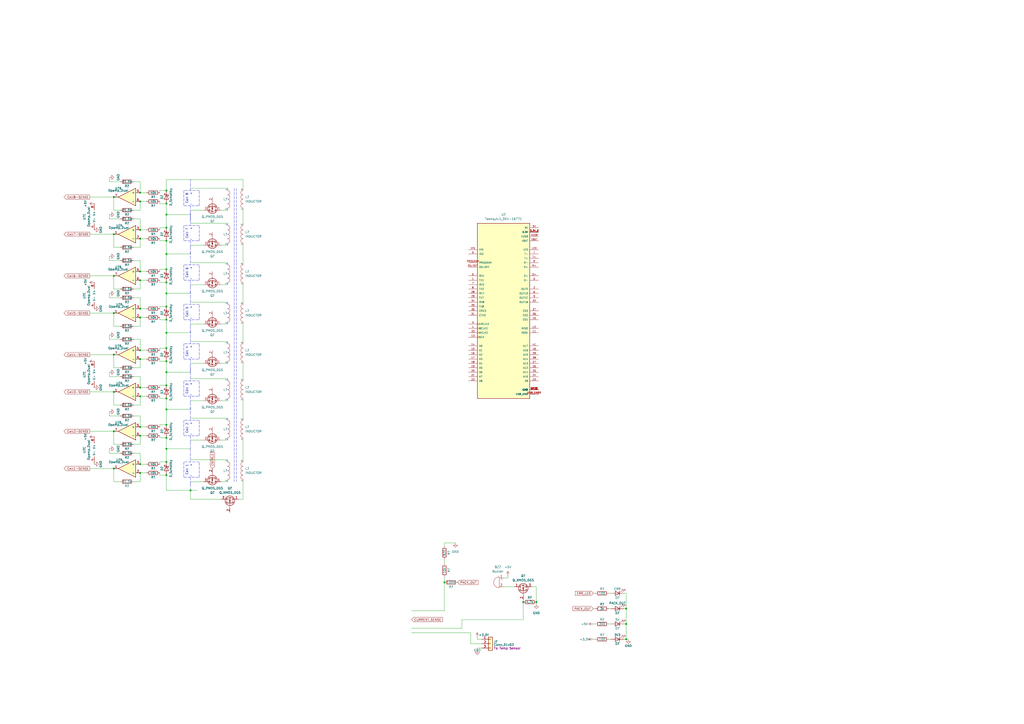
<source format=kicad_sch>
(kicad_sch (version 20211123) (generator eeschema)
  (paper "A2")
  (junction (at 96.52 275.59))
  (junction (at 96.52 118.11))
  (junction (at 81.28 224.79))
  (junction (at 66.04 160.02))
  (junction (at 66.04 250.19))
  (junction (at 96.52 201.93))
  (junction (at 96.52 231.14))
  (junction (at 303.53 349.25))
  (junction (at 81.28 133.35))
  (junction (at 81.28 269.24))
  (junction (at 81.28 229.87))
  (junction (at 81.28 247.65))
  (junction (at 66.04 227.33))
  (junction (at 96.52 209.55))
  (junction (at 96.52 177.8))
  (junction (at 96.52 215.9))
  (junction (at 96.52 223.52))
  (junction (at 311.15 349.25))
  (junction (at 81.28 208.28))
  (junction (at 96.52 156.21))
  (junction (at 257.81 337.82))
  (junction (at 96.52 260.35))
  (junction (at 96.52 110.49))
  (junction (at 81.28 116.84))
  (junction (at 96.52 246.38))
  (junction (at 66.04 271.78))
  (junction (at 66.04 114.3))
  (junction (at 81.28 162.56))
  (junction (at 81.28 179.07))
  (junction (at 110.49 284.48))
  (junction (at 66.04 205.74))
  (junction (at 96.52 185.42))
  (junction (at 96.52 132.08))
  (junction (at 96.52 254))
  (junction (at 363.22 361.95))
  (junction (at 81.28 203.2))
  (junction (at 81.28 252.73))
  (junction (at 96.52 124.46))
  (junction (at 96.52 139.7))
  (junction (at 96.52 147.32))
  (junction (at 81.28 184.15))
  (junction (at 96.52 267.97))
  (junction (at 81.28 111.76))
  (junction (at 66.04 135.89))
  (junction (at 96.52 170.18))
  (junction (at 81.28 274.32))
  (junction (at 96.52 163.83))
  (junction (at 96.52 237.49))
  (junction (at 81.28 157.48))
  (junction (at 363.22 353.06))
  (junction (at 81.28 138.43))
  (junction (at 363.22 370.84))
  (junction (at 66.04 181.61))
  (junction (at 96.52 193.04))
  (wire (pts (xy 140.97 165.1) (xy 140.97 175.26)))
  (polyline (pts (xy 106.68 199.39) (xy 106.68 208.28)))
  (polyline (pts (xy 110.49 276.86) (xy 110.49 280.67)))
  (polyline (pts (xy 110.49 171.45) (xy 110.49 176.53)))
  (polyline (pts (xy 106.68 185.42) (xy 115.57 185.42)))
  (wire (pts (xy 81.28 196.85) (xy 77.47 196.85)))
  (wire (pts (xy 96.52 185.42) (xy 96.52 193.04)))
  (wire (pts (xy 96.52 104.14) (xy 140.97 104.14)))
  (wire (pts (xy 96.52 147.32) (xy 110.49 147.32)))
  (polyline (pts (xy 115.57 229.87) (xy 115.57 220.98)))
  (wire (pts (xy 361.95 344.17) (xy 363.22 344.17)))
  (polyline (pts (xy 106.68 252.73) (xy 115.57 252.73)))
  (wire (pts (xy 128.27 142.24) (xy 132.08 142.24)))
  (polyline (pts (xy 115.57 110.49) (xy 106.68 110.49)))
  (wire (pts (xy 54.61 268.605) (xy 54.61 269.24)))
  (wire (pts (xy 292.1 340.36) (xy 298.45 340.36)))
  (polyline (pts (xy 106.68 139.7) (xy 115.57 139.7)))
  (wire (pts (xy 110.49 284.48) (xy 110.49 289.56)))
  (wire (pts (xy 66.04 279.4) (xy 66.04 271.78)))
  (wire (pts (xy 69.85 121.92) (xy 66.04 121.92)))
  (polyline (pts (xy 106.68 243.84) (xy 106.68 252.73)))
  (wire (pts (xy 238.76 354.33) (xy 257.81 354.33)))
  (wire (pts (xy 81.28 208.28) (xy 81.28 213.36)))
  (wire (pts (xy 110.49 210.82) (xy 118.11 210.82)))
  (wire (pts (xy 81.28 167.64) (xy 77.47 167.64)))
  (wire (pts (xy 92.71 231.14) (xy 96.52 231.14)))
  (wire (pts (xy 63.5 262.89) (xy 69.85 262.89)))
  (wire (pts (xy 128.27 165.1) (xy 132.08 165.1)))
  (wire (pts (xy 92.71 163.83) (xy 96.52 163.83)))
  (wire (pts (xy 63.5 105.41) (xy 69.85 105.41)))
  (wire (pts (xy 81.28 234.95) (xy 77.47 234.95)))
  (polyline (pts (xy 106.68 153.67) (xy 106.68 162.56)))
  (wire (pts (xy 96.52 139.7) (xy 96.52 147.32)))
  (wire (pts (xy 81.28 143.51) (xy 77.47 143.51)))
  (polyline (pts (xy 115.57 176.53) (xy 106.68 176.53)))
  (wire (pts (xy 276.86 375.92) (xy 279.4 375.92)))
  (wire (pts (xy 81.28 138.43) (xy 85.09 138.43)))
  (polyline (pts (xy 110.49 260.35) (xy 110.49 262.89)))
  (wire (pts (xy 361.95 370.84) (xy 363.22 370.84)))
  (wire (pts (xy 81.28 138.43) (xy 81.28 143.51)))
  (wire (pts (xy 81.28 257.81) (xy 77.47 257.81)))
  (polyline (pts (xy 110.49 125.73) (xy 110.49 130.81)))
  (wire (pts (xy 96.52 254) (xy 96.52 260.35)))
  (wire (pts (xy 110.49 232.41) (xy 118.11 232.41)))
  (wire (pts (xy 303.53 349.25) (xy 303.53 359.41)))
  (polyline (pts (xy 106.68 110.49) (xy 106.68 119.38)))
  (polyline (pts (xy 110.49 213.36) (xy 110.49 215.9)))
  (wire (pts (xy 92.71 179.07) (xy 92.71 177.8)))
  (wire (pts (xy 81.28 151.13) (xy 81.28 157.48)))
  (wire (pts (xy 353.06 353.06) (xy 354.33 353.06)))
  (wire (pts (xy 81.28 127) (xy 81.28 133.35)))
  (wire (pts (xy 63.5 215.9) (xy 63.5 218.44)))
  (wire (pts (xy 66.04 234.95) (xy 66.04 227.33)))
  (wire (pts (xy 81.28 116.84) (xy 81.28 121.92)))
  (polyline (pts (xy 115.57 185.42) (xy 115.57 176.53)))
  (wire (pts (xy 52.07 227.33) (xy 66.04 227.33)))
  (polyline (pts (xy 106.68 119.38) (xy 115.57 119.38)))
  (wire (pts (xy 110.49 121.92) (xy 118.11 121.92)))
  (wire (pts (xy 140.97 232.41) (xy 140.97 242.57)))
  (polyline (pts (xy 115.57 252.73) (xy 115.57 243.84)))
  (polyline (pts (xy 110.49 262.89) (xy 110.49 267.97)))
  (polyline (pts (xy 110.49 212.09) (xy 110.49 215.9)))
  (wire (pts (xy 66.04 143.51) (xy 66.04 135.89)))
  (wire (pts (xy 63.5 124.46) (xy 63.5 127)))
  (wire (pts (xy 344.17 344.17) (xy 345.44 344.17)))
  (polyline (pts (xy 110.49 162.56) (xy 110.49 166.37)))
  (polyline (pts (xy 115.57 153.67) (xy 106.68 153.67)))
  (wire (pts (xy 128.27 187.96) (xy 132.08 187.96)))
  (polyline (pts (xy 110.49 106.68) (xy 110.49 110.49)))
  (wire (pts (xy 63.5 151.13) (xy 69.85 151.13)))
  (wire (pts (xy 96.52 170.18) (xy 96.52 177.8)))
  (polyline (pts (xy 106.68 229.87) (xy 115.57 229.87)))
  (wire (pts (xy 96.52 260.35) (xy 96.52 267.97)))
  (wire (pts (xy 140.97 187.96) (xy 140.97 198.12)))
  (wire (pts (xy 311.15 340.36) (xy 311.15 349.25)))
  (polyline (pts (xy 110.49 146.05) (xy 110.49 148.59)))
  (polyline (pts (xy 110.49 185.42) (xy 110.49 189.23)))
  (wire (pts (xy 81.28 269.24) (xy 85.09 269.24)))
  (wire (pts (xy 81.28 172.72) (xy 77.47 172.72)))
  (wire (pts (xy 52.07 114.3) (xy 66.04 114.3)))
  (wire (pts (xy 257.81 327.025) (xy 257.81 324.485)))
  (wire (pts (xy 276.86 370.84) (xy 276.86 369.57)))
  (polyline (pts (xy 110.49 104.14) (xy 110.49 106.68)))
  (wire (pts (xy 52.07 271.78) (xy 66.04 271.78)))
  (wire (pts (xy 66.04 213.36) (xy 66.04 205.74)))
  (wire (pts (xy 81.28 133.35) (xy 85.09 133.35)))
  (wire (pts (xy 96.52 193.04) (xy 110.49 193.04)))
  (wire (pts (xy 128.27 121.92) (xy 132.08 121.92)))
  (wire (pts (xy 96.52 231.14) (xy 96.52 237.49)))
  (wire (pts (xy 92.71 138.43) (xy 92.71 139.7)))
  (wire (pts (xy 110.49 219.71) (xy 132.08 219.71)))
  (wire (pts (xy 81.28 241.3) (xy 77.47 241.3)))
  (wire (pts (xy 92.71 274.32) (xy 92.71 275.59)))
  (wire (pts (xy 363.22 361.95) (xy 363.22 353.06)))
  (polyline (pts (xy 110.49 215.9) (xy 110.49 220.98)))
  (wire (pts (xy 81.28 184.15) (xy 81.28 189.23)))
  (wire (pts (xy 81.28 105.41) (xy 81.28 111.76)))
  (polyline (pts (xy 115.57 119.38) (xy 115.57 110.49)))
  (polyline (pts (xy 115.57 199.39) (xy 106.68 199.39)))
  (polyline (pts (xy 115.57 162.56) (xy 115.57 153.67)))
  (wire (pts (xy 81.28 262.89) (xy 81.28 269.24)))
  (wire (pts (xy 344.17 353.06) (xy 345.44 353.06)))
  (wire (pts (xy 81.28 121.92) (xy 77.47 121.92)))
  (polyline (pts (xy 115.57 130.81) (xy 106.68 130.81)))
  (wire (pts (xy 52.07 205.74) (xy 66.04 205.74)))
  (wire (pts (xy 96.52 118.11) (xy 96.52 124.46)))
  (polyline (pts (xy 106.68 162.56) (xy 115.57 162.56)))
  (wire (pts (xy 52.07 135.89) (xy 66.04 135.89)))
  (wire (pts (xy 63.5 127) (xy 69.85 127)))
  (wire (pts (xy 81.28 111.76) (xy 85.09 111.76)))
  (wire (pts (xy 69.85 257.81) (xy 66.04 257.81)))
  (wire (pts (xy 303.53 359.41) (xy 267.97 359.41)))
  (polyline (pts (xy 137.16 152.4) (xy 137.16 279.4)))
  (wire (pts (xy 81.28 179.07) (xy 85.09 179.07)))
  (wire (pts (xy 66.04 167.64) (xy 66.04 160.02)))
  (polyline (pts (xy 110.49 194.31) (xy 110.49 199.39)))
  (wire (pts (xy 81.28 196.85) (xy 81.28 203.2)))
  (polyline (pts (xy 106.68 267.97) (xy 106.68 276.86)))
  (wire (pts (xy 69.85 234.95) (xy 66.04 234.95)))
  (polyline (pts (xy 110.49 139.7) (xy 110.49 143.51)))
  (wire (pts (xy 92.71 177.8) (xy 96.52 177.8)))
  (wire (pts (xy 96.52 104.14) (xy 96.52 110.49)))
  (wire (pts (xy 110.49 152.4) (xy 132.08 152.4)))
  (wire (pts (xy 81.28 203.2) (xy 85.09 203.2)))
  (wire (pts (xy 92.71 267.97) (xy 96.52 267.97)))
  (wire (pts (xy 81.28 162.56) (xy 85.09 162.56)))
  (wire (pts (xy 140.97 289.56) (xy 140.97 279.4)))
  (wire (pts (xy 96.52 237.49) (xy 96.52 246.38)))
  (wire (pts (xy 92.71 275.59) (xy 96.52 275.59)))
  (wire (pts (xy 273.05 367.03) (xy 273.05 373.38)))
  (wire (pts (xy 52.07 250.19) (xy 66.04 250.19)))
  (wire (pts (xy 63.5 218.44) (xy 69.85 218.44)))
  (wire (pts (xy 96.52 124.46) (xy 96.52 132.08)))
  (wire (pts (xy 63.5 194.31) (xy 63.5 196.85)))
  (wire (pts (xy 81.28 208.28) (xy 85.09 208.28)))
  (wire (pts (xy 353.06 361.95) (xy 354.33 361.95)))
  (wire (pts (xy 92.71 185.42) (xy 96.52 185.42)))
  (polyline (pts (xy 115.57 208.28) (xy 115.57 199.39)))
  (wire (pts (xy 81.28 189.23) (xy 77.47 189.23)))
  (wire (pts (xy 92.71 269.24) (xy 92.71 267.97)))
  (wire (pts (xy 353.06 370.84) (xy 354.33 370.84)))
  (wire (pts (xy 52.07 160.02) (xy 66.04 160.02)))
  (wire (pts (xy 110.49 142.24) (xy 118.11 142.24)))
  (polyline (pts (xy 110.49 233.68) (xy 110.49 237.49)))
  (wire (pts (xy 81.28 162.56) (xy 81.28 167.64)))
  (wire (pts (xy 110.49 129.54) (xy 132.08 129.54)))
  (wire (pts (xy 69.85 143.51) (xy 66.04 143.51)))
  (wire (pts (xy 303.53 347.98) (xy 303.53 349.25)))
  (wire (pts (xy 110.49 279.4) (xy 118.11 279.4)))
  (wire (pts (xy 110.49 266.7) (xy 132.08 266.7)))
  (wire (pts (xy 140.97 210.82) (xy 140.97 219.71)))
  (wire (pts (xy 92.71 254) (xy 96.52 254)))
  (wire (pts (xy 110.49 289.56) (xy 128.27 289.56)))
  (wire (pts (xy 257.81 314.96) (xy 264.16 314.96)))
  (wire (pts (xy 92.71 139.7) (xy 96.52 139.7)))
  (polyline (pts (xy 115.57 267.97) (xy 106.68 267.97)))
  (wire (pts (xy 92.71 111.76) (xy 92.71 110.49)))
  (wire (pts (xy 353.06 344.17) (xy 354.33 344.17)))
  (wire (pts (xy 66.04 257.81) (xy 66.04 250.19)))
  (wire (pts (xy 92.71 201.93) (xy 96.52 201.93)))
  (wire (pts (xy 63.5 238.76) (xy 63.5 241.3)))
  (wire (pts (xy 81.28 184.15) (xy 85.09 184.15)))
  (wire (pts (xy 81.28 105.41) (xy 77.47 105.41)))
  (wire (pts (xy 92.71 133.35) (xy 92.71 132.08)))
  (polyline (pts (xy 115.57 243.84) (xy 106.68 243.84)))
  (wire (pts (xy 66.04 189.23) (xy 66.04 181.61)))
  (wire (pts (xy 110.49 165.1) (xy 118.11 165.1)))
  (polyline (pts (xy 110.49 208.28) (xy 110.49 212.09)))
  (wire (pts (xy 257.81 316.865) (xy 257.81 314.96)))
  (wire (pts (xy 81.28 229.87) (xy 81.28 234.95)))
  (wire (pts (xy 63.5 170.18) (xy 63.5 172.72)))
  (wire (pts (xy 140.97 109.22) (xy 140.97 104.14)))
  (wire (pts (xy 69.85 213.36) (xy 66.04 213.36)))
  (polyline (pts (xy 106.68 276.86) (xy 115.57 276.86)))
  (wire (pts (xy 308.61 340.36) (xy 311.15 340.36)))
  (wire (pts (xy 344.17 370.84) (xy 345.44 370.84)))
  (polyline (pts (xy 110.49 143.51) (xy 110.49 147.32)))
  (wire (pts (xy 273.05 373.38) (xy 279.4 373.38)))
  (wire (pts (xy 238.76 364.49) (xy 267.97 364.49)))
  (wire (pts (xy 92.71 223.52) (xy 96.52 223.52)))
  (polyline (pts (xy 135.89 152.4) (xy 135.89 279.4)))
  (wire (pts (xy 294.64 335.28) (xy 294.64 334.01)))
  (wire (pts (xy 138.43 289.56) (xy 140.97 289.56)))
  (wire (pts (xy 81.28 262.89) (xy 77.47 262.89)))
  (wire (pts (xy 81.28 218.44) (xy 77.47 218.44)))
  (wire (pts (xy 96.52 215.9) (xy 96.52 223.52)))
  (wire (pts (xy 96.52 215.9) (xy 110.49 215.9)))
  (wire (pts (xy 92.71 247.65) (xy 92.71 246.38)))
  (wire (pts (xy 81.28 127) (xy 77.47 127)))
  (wire (pts (xy 140.97 255.27) (xy 140.97 266.7)))
  (wire (pts (xy 140.97 142.24) (xy 140.97 152.4)))
  (wire (pts (xy 96.52 193.04) (xy 96.52 201.93)))
  (wire (pts (xy 81.28 247.65) (xy 85.09 247.65)))
  (wire (pts (xy 81.28 218.44) (xy 81.28 224.79)))
  (polyline (pts (xy 110.49 238.76) (xy 110.49 243.84)))
  (wire (pts (xy 128.27 255.27) (xy 132.08 255.27)))
  (wire (pts (xy 81.28 229.87) (xy 85.09 229.87)))
  (wire (pts (xy 92.71 118.11) (xy 96.52 118.11)))
  (wire (pts (xy 81.28 151.13) (xy 77.47 151.13)))
  (wire (pts (xy 361.95 361.95) (xy 363.22 361.95)))
  (polyline (pts (xy 110.49 148.59) (xy 110.49 153.67)))
  (wire (pts (xy 81.28 274.32) (xy 85.09 274.32)))
  (wire (pts (xy 128.27 232.41) (xy 132.08 232.41)))
  (polyline (pts (xy 106.68 130.81) (xy 106.68 139.7)))
  (polyline (pts (xy 110.49 236.22) (xy 110.49 238.76)))
  (polyline (pts (xy 110.49 229.87) (xy 110.49 233.68)))
  (wire (pts (xy 81.28 274.32) (xy 81.28 279.4)))
  (wire (pts (xy 96.52 170.18) (xy 110.49 170.18)))
  (wire (pts (xy 81.28 279.4) (xy 77.47 279.4)))
  (wire (pts (xy 311.15 349.25) (xy 311.15 350.52)))
  (wire (pts (xy 363.22 370.84) (xy 364.49 370.84)))
  (polyline (pts (xy 110.49 280.67) (xy 110.49 284.48)))
  (wire (pts (xy 92.71 110.49) (xy 96.52 110.49)))
  (polyline (pts (xy 137.16 109.22) (xy 137.16 152.4)))
  (wire (pts (xy 96.52 163.83) (xy 96.52 170.18)))
  (wire (pts (xy 81.28 241.3) (xy 81.28 247.65)))
  (polyline (pts (xy 106.68 176.53) (xy 106.68 185.42)))
  (wire (pts (xy 110.49 198.12) (xy 132.08 198.12)))
  (wire (pts (xy 69.85 189.23) (xy 66.04 189.23)))
  (wire (pts (xy 96.52 209.55) (xy 96.52 215.9)))
  (polyline (pts (xy 110.49 124.46) (xy 110.49 128.27)))
  (wire (pts (xy 276.86 377.19) (xy 276.86 375.92)))
  (wire (pts (xy 96.52 260.35) (xy 110.49 260.35)))
  (wire (pts (xy 96.52 147.32) (xy 96.52 156.21)))
  (polyline (pts (xy 106.68 220.98) (xy 106.68 229.87)))
  (polyline (pts (xy 110.49 252.73) (xy 110.49 256.54)))
  (polyline (pts (xy 110.49 119.38) (xy 110.49 124.46)))
  (wire (pts (xy 92.71 224.79) (xy 92.71 223.52)))
  (wire (pts (xy 267.97 359.41) (xy 267.97 364.49)))
  (wire (pts (xy 81.28 252.73) (xy 81.28 257.81)))
  (wire (pts (xy 92.71 203.2) (xy 92.71 201.93)))
  (wire (pts (xy 92.71 209.55) (xy 96.52 209.55)))
  (wire (pts (xy 92.71 162.56) (xy 92.71 163.83)))
  (wire (pts (xy 63.5 102.87) (xy 63.5 105.41)))
  (wire (pts (xy 81.28 116.84) (xy 85.09 116.84)))
  (wire (pts (xy 110.49 284.48) (xy 114.3 284.48)))
  (wire (pts (xy 63.5 260.35) (xy 63.5 262.89)))
  (wire (pts (xy 238.76 367.03) (xy 273.05 367.03)))
  (wire (pts (xy 96.52 284.48) (xy 110.49 284.48)))
  (wire (pts (xy 63.5 196.85) (xy 69.85 196.85)))
  (polyline (pts (xy 110.49 166.37) (xy 110.49 170.18)))
  (wire (pts (xy 81.28 224.79) (xy 85.09 224.79)))
  (wire (pts (xy 52.07 181.61) (xy 66.04 181.61)))
  (wire (pts (xy 110.49 242.57) (xy 132.08 242.57)))
  (wire (pts (xy 140.97 121.92) (xy 140.97 129.54)))
  (wire (pts (xy 292.1 335.28) (xy 294.64 335.28)))
  (wire (pts (xy 257.81 334.645) (xy 257.81 337.82)))
  (wire (pts (xy 279.4 370.84) (xy 276.86 370.84)))
  (wire (pts (xy 110.49 187.96) (xy 118.11 187.96)))
  (polyline (pts (xy 115.57 276.86) (xy 115.57 267.97)))
  (wire (pts (xy 92.71 157.48) (xy 92.71 156.21)))
  (polyline (pts (xy 106.68 208.28) (xy 115.57 208.28)))
  (wire (pts (xy 361.95 353.06) (xy 363.22 353.06)))
  (wire (pts (xy 92.71 132.08) (xy 96.52 132.08)))
  (wire (pts (xy 128.27 210.82) (xy 132.08 210.82)))
  (wire (pts (xy 92.71 184.15) (xy 92.71 185.42)))
  (wire (pts (xy 363.22 353.06) (xy 363.22 344.17)))
  (wire (pts (xy 92.71 116.84) (xy 92.71 118.11)))
  (wire (pts (xy 92.71 208.28) (xy 92.71 209.55)))
  (wire (pts (xy 81.28 157.48) (xy 85.09 157.48)))
  (polyline (pts (xy 110.49 256.54) (xy 110.49 260.35)))
  (wire (pts (xy 69.85 279.4) (xy 66.04 279.4)))
  (wire (pts (xy 92.71 246.38) (xy 96.52 246.38)))
  (wire (pts (xy 344.17 361.95) (xy 345.44 361.95)))
  (wire (pts (xy 96.52 124.46) (xy 110.49 124.46)))
  (wire (pts (xy 96.52 237.49) (xy 110.49 237.49)))
  (wire (pts (xy 81.28 252.73) (xy 85.09 252.73)))
  (wire (pts (xy 92.71 252.73) (xy 92.71 254)))
  (wire (pts (xy 92.71 156.21) (xy 96.52 156.21)))
  (polyline (pts (xy 115.57 220.98) (xy 106.68 220.98)))
  (polyline (pts (xy 135.89 109.22) (xy 135.89 152.4)))
  (polyline (pts (xy 110.49 168.91) (xy 110.49 171.45)))
  (polyline (pts (xy 110.49 123.19) (xy 110.49 125.73)))
  (wire (pts (xy 63.5 148.59) (xy 63.5 151.13)))
  (wire (pts (xy 63.5 241.3) (xy 69.85 241.3)))
  (wire (pts (xy 96.52 275.59) (xy 96.52 284.48)))
  (polyline (pts (xy 115.57 139.7) (xy 115.57 130.81)))
  (wire (pts (xy 110.49 109.22) (xy 132.08 109.22)))
  (wire (pts (xy 81.28 172.72) (xy 81.28 179.07)))
  (wire (pts (xy 363.22 370.84) (xy 363.22 361.95)))
  (wire (pts (xy 63.5 172.72) (xy 69.85 172.72)))
  (wire (pts (xy 110.49 175.26) (xy 132.08 175.26)))
  (wire (pts (xy 92.71 229.87) (xy 92.71 231.14)))
  (polyline (pts (xy 110.49 189.23) (xy 110.49 193.04)))
  (wire (pts (xy 81.28 213.36) (xy 77.47 213.36)))
  (polyline (pts (xy 110.49 191.77) (xy 110.49 194.31)))
  (wire (pts (xy 128.27 279.4) (xy 132.08 279.4)))
  (wire (pts (xy 66.04 121.92) (xy 66.04 114.3)))
  (wire (pts (xy 69.85 167.64) (xy 66.04 167.64)))
  (wire (pts (xy 110.49 255.27) (xy 118.11 255.27)))
  (wire (pts (xy 257.81 337.82) (xy 257.81 354.33)))
  (text "-" (at 111.76 119.38 180) (effects (font (size 1.27 1.27)) (justify right bottom)))
  (text "Cell 5" (at 109.22 184.15 90) (effects (font (size 1.27 1.27)) (justify left bottom)))
  (text "+" (at 111.76 156.21 180) (effects (font (size 1.27 1.27)) (justify right bottom)))
  (text "Cell 4" (at 109.22 207.01 90) (effects (font (size 1.27 1.27)) (justify left bottom)))
  (text "-" (at 111.76 252.73 180) (effects (font (size 1.27 1.27)) (justify right bottom)))
  (text "+" (at 111.76 179.07 180) (effects (font (size 1.27 1.27)) (justify right bottom)))
  (text "Cell 6" (at 109.22 161.29 90) (effects (font (size 1.27 1.27)) (justify left bottom)))
  (text "-" (at 111.76 139.7 180) (effects (font (size 1.27 1.27)) (justify right bottom)))
  (text "+" (at 111.76 270.51 180) (effects (font (size 1.27 1.27)) (justify right bottom)))
  (text "+" (at 111.76 223.52 180) (effects (font (size 1.27 1.27)) (justify right bottom)))
  (text "Cell 1" (at 109.22 275.59 90) (effects (font (size 1.27 1.27)) (justify left bottom)))
  (text "+" (at 111.76 133.35 180) (effects (font (size 1.27 1.27)) (justify right bottom)))
  (text "+" (at 111.76 201.93 180) (effects (font (size 1.27 1.27)) (justify right bottom)))
  (text "Cell 2" (at 109.22 251.46 90) (effects (font (size 1.27 1.27)) (justify left bottom)))
  (text "-" (at 111.76 276.86 180) (effects (font (size 1.27 1.27)) (justify right bottom)))
  (text "Cell 3" (at 109.22 228.6 90) (effects (font (size 1.27 1.27)) (justify left bottom)))
  (text "+" (at 111.76 113.03 180) (effects (font (size 1.27 1.27)) (justify right bottom)))
  (text "-" (at 111.76 208.28 180) (effects (font (size 1.27 1.27)) (justify right bottom)))
  (text "Cell 7" (at 109.22 138.43 90) (effects (font (size 1.27 1.27)) (justify left bottom)))
  (text "Cell 8\n" (at 109.22 118.11 90) (effects (font (size 1.27 1.27)) (justify left bottom)))
  (text "-" (at 111.76 229.87 180) (effects (font (size 1.27 1.27)) (justify right bottom)))
  (text "-" (at 111.76 162.56 180) (effects (font (size 1.27 1.27)) (justify right bottom)))
  (text "+" (at 111.76 246.38 180) (effects (font (size 1.27 1.27)) (justify right bottom)))
  (text "-" (at 111.76 185.42 180) (effects (font (size 1.27 1.27)) (justify right bottom)))
  (global_label "PACK_OUT" (shape input) (at 344.17 353.06 180) (property "Intersheet References" "${INTERSHEET_REFS}" (effects hide)))
  (global_label "ERR_LED" (shape input) (at 344.17 344.17 180) (property "Intersheet References" "${INTERSHEET_REFS}" (effects hide)))
  (global_label "Cell2-SENSE" (shape output) (at 52.07 250.19 180) (property "Intersheet References" "${INTERSHEET_REFS}" (effects hide)))
  (global_label "Cell1-SENSE" (shape output) (at 52.07 271.78 180) (property "Intersheet References" "${INTERSHEET_REFS}" (effects hide)))
  (global_label "Cell3-SENSE" (shape output) (at 52.07 227.33 180) (property "Intersheet References" "${INTERSHEET_REFS}" (effects hide)))
  (global_label "Cell8-SENSE" (shape output) (at 52.07 114.3 180) (property "Intersheet References" "${INTERSHEET_REFS}" (effects hide)))
  (global_label "Cell6-SENSE" (shape output) (at 52.07 160.02 180) (property "Intersheet References" "${INTERSHEET_REFS}" (effects hide)))
  (global_label "CNTRL1" (shape input) (at 123.19 271.78 90) (property "Intersheet References" "${INTERSHEET_REFS}" (effects hide)))
  (global_label "Cell4-SENSE" (shape output) (at 52.07 205.74 180) (property "Intersheet References" "${INTERSHEET_REFS}" (effects hide)))
  (global_label "CURRENT_SENSE" (shape input) (at 238.76 359.41 0) (property "Intersheet References" "${INTERSHEET_REFS}" (effects hide)))
  (global_label "PACK_OUT" (shape input) (at 265.43 337.82 0) (property "Intersheet References" "${INTERSHEET_REFS}" (effects hide)))
  (global_label "Cell5-SENSE" (shape output) (at 52.07 181.61 180) (property "Intersheet References" "${INTERSHEET_REFS}" (effects hide)))
  (global_label "Cell7-SENSE" (shape output) (at 52.07 135.89 180) (property "Intersheet References" "${INTERSHEET_REFS}" (effects hide)))
  (symbol (lib_id "power:GND") (at 364.49 370.84 0) (mirror y) (unit 1)
    (property "Reference" "#PWR?" (effects hide))
    (property "Value" "GND" (at 364.49 374.65 0))
  )
  (symbol (lib_id "Device:D_Schottky") (at 96.52 181.61 90) (mirror x) (unit 1)
    (property "Reference" "D?" (at 93.98 181.61 0))
    (property "Value" "D_Schottky" (at 99.06 181.61 0))
    (property "Footprint" "Diode_SMD:D_0603_1608Metric_Pad1.05x0.95mm_HandSolder" (effects hide))
  )
  (symbol (lib_id "Device:Q_PMOS_DGS") (at 123.19 276.86 270) (unit 1)
    (property "Reference" "Q?" (at 123.19 285.75 90))
    (property "Value" "Q_PMOS_DGS" (at 123.19 283.21 90))
    (property "Datasheet" "https://media.digikey.com/pdf/Data%20Sheets/NextGen%20Components%20PDFs/SOT23BSS84S0PD.pdf" (effects hide))
  )
  (symbol (lib_id "power:GND") (at 54.61 224.79 90) (mirror x) (unit 1)
    (property "Reference" "#PWR?" (effects hide))
    (property "Value" "GND" (at 58.42 224.79 0))
  )
  (symbol (lib_id "power:GND") (at 63.5 215.9 90) (mirror x) (unit 1)
    (property "Reference" "#PWR?" (effects hide))
    (property "Value" "GND" (at 68.58 215.9 0))
  )
  (symbol (lib_id "power:+5V") (at 294.64 334.01 0) (unit 1)
    (property "Reference" "#PWR?" (effects hide))
    (property "Value" "+5V" (at 294.64 328.93 0))
  )
  (symbol (lib_id "power:GND") (at 63.5 194.31 90) (mirror x) (unit 1)
    (property "Reference" "#PWR?" (effects hide))
    (property "Value" "GND" (at 68.58 194.31 0))
  )
  (symbol (lib_id "pspice:INDUCTOR") (at 132.08 181.61 270) (unit 1)
    (property "Reference" "L?" (at 129.54 181.61 90) (effects (justify left)))
    (property "Value" "INDUCTOR" (effects hide))
  )
  (symbol (lib_id "power:+3.3V") (at 276.86 369.57 0) (unit 1)
    (property "Reference" "#PWR?" (effects hide))
    (property "Value" "+3.3V" (at 280.67 368.3 0))
  )
  (symbol (lib_id "pspice:INDUCTOR") (at 140.97 158.75 90) (unit 1)
    (property "Reference" "L?" (at 142.24 157.4799 90) (effects (justify right)))
    (property "Value" "INDUCTOR" (at 142.24 160.0199 90) (effects (justify right)))
  )
  (symbol (lib_id "Device:R") (at 73.66 151.13 270) (mirror x) (unit 1)
    (property "Reference" "R?" (at 73.66 153.67 90))
    (property "Value" "31.5k" (at 73.66 151.13 90))
    (property "Footprint" "Resistor_SMD:R_0603_1608Metric_Pad0.98x0.95mm_HandSolder" (effects hide))
  )
  (symbol (lib_id "Device:R") (at 73.66 167.64 270) (mirror x) (unit 1)
    (property "Reference" "R?" (at 73.66 170.18 90))
    (property "Value" "31.5k" (at 73.66 167.64 90))
    (property "Footprint" "Resistor_SMD:R_0603_1608Metric_Pad0.98x0.95mm_HandSolder" (effects hide))
  )
  (symbol (lib_id "Device:R") (at 307.34 349.25 270) (mirror x) (unit 1)
    (property "Reference" "R?" (at 307.34 346.71 90))
    (property "Value" "4.7k" (at 307.34 349.25 90))
    (property "Footprint" "Resistor_SMD:R_0603_1608Metric_Pad0.98x0.95mm_HandSolder" (effects hide))
  )
  (symbol (lib_id "Device:Q_PMOS_DGS") (at 123.19 208.28 270) (unit 1)
    (property "Reference" "Q?" (at 123.19 217.17 90))
    (property "Value" "Q_PMOS_DGS" (at 123.19 214.63 90))
    (property "Datasheet" "https://media.digikey.com/pdf/Data%20Sheets/NextGen%20Components%20PDFs/SOT23BSS84S0PD.pdf" (effects hide))
  )
  (symbol (lib_id "pspice:INDUCTOR") (at 132.08 248.92 270) (unit 1)
    (property "Reference" "L?" (at 129.54 248.92 90) (effects (justify left)))
    (property "Value" "INDUCTOR" (effects hide))
  )
  (symbol (lib_id "Device:R") (at 88.9 203.2 270) (mirror x) (unit 1)
    (property "Reference" "R?" (at 88.9 205.74 90))
    (property "Value" "40k" (at 88.9 203.2 90))
    (property "Footprint" "Resistor_SMD:R_0603_1608Metric_Pad0.98x0.95mm_HandSolder" (effects hide))
  )
  (symbol (lib_id "Device:R") (at 257.81 330.835 0) (mirror x) (unit 1)
    (property "Reference" "R?" (at 260.35 330.835 90))
    (property "Value" "10k" (at 257.81 330.835 90))
    (property "Footprint" "Resistor_SMD:R_0603_1608Metric_Pad0.98x0.95mm_HandSolder" (effects hide))
  )
  (symbol (lib_id "Device:R") (at 88.9 157.48 270) (mirror x) (unit 1)
    (property "Reference" "R?" (at 88.9 160.02 90))
    (property "Value" "40k" (at 88.9 157.48 90))
    (property "Footprint" "Resistor_SMD:R_0603_1608Metric_Pad0.98x0.95mm_HandSolder" (effects hide))
  )
  (symbol (lib_id "Device:R") (at 88.9 252.73 270) (mirror x) (unit 1)
    (property "Reference" "R?" (at 88.9 255.27 90))
    (property "Value" "40k" (at 88.9 252.73 90))
    (property "Footprint" "Resistor_SMD:R_0603_1608Metric_Pad0.98x0.95mm_HandSolder" (effects hide))
  )
  (symbol (lib_id "power:+5V") (at 54.61 163.83 90) (mirror x) (unit 1)
    (property "Reference" "#PWR?" (effects hide))
    (property "Value" "+5V" (at 49.53 163.83 0))
  )
  (symbol (lib_id "Device:R") (at 257.81 320.675 0) (mirror x) (unit 1)
    (property "Reference" "R?" (at 260.35 320.675 90))
    (property "Value" "820" (at 257.81 320.675 90))
    (property "Footprint" "Resistor_SMD:R_0603_1608Metric_Pad0.98x0.95mm_HandSolder" (effects hide))
  )
  (symbol (lib_id "Device:Q_PMOS_DGS") (at 123.19 252.73 270) (unit 1)
    (property "Reference" "Q?" (at 123.19 261.62 90))
    (property "Value" "Q_PMOS_DGS" (at 123.19 259.08 90))
    (property "Datasheet" "https://media.digikey.com/pdf/Data%20Sheets/NextGen%20Components%20PDFs/SOT23BSS84S0PD.pdf" (effects hide))
  )
  (symbol (lib_id "Device:R") (at 349.25 344.17 270) (mirror x) (unit 1)
    (property "Reference" "R?" (at 349.25 341.63 90))
    (property "Value" "100" (at 349.25 344.17 90))
    (property "Footprint" "Resistor_SMD:R_0603_1608Metric_Pad0.98x0.95mm_HandSolder" (effects hide))
  )
  (symbol (lib_id "Device:R") (at 88.9 274.32 270) (mirror x) (unit 1)
    (property "Reference" "R?" (at 88.9 276.86 90))
    (property "Value" "40k" (at 88.9 274.32 90))
    (property "Footprint" "Resistor_SMD:R_0603_1608Metric_Pad0.98x0.95mm_HandSolder" (effects hide))
  )
  (symbol (lib_id "Device:R") (at 88.9 111.76 270) (mirror x) (unit 1)
    (property "Reference" "R?" (at 88.9 114.3 90))
    (property "Value" "40k" (at 88.9 111.76 90))
    (property "Footprint" "Resistor_SMD:R_0603_1608Metric_Pad0.98x0.95mm_HandSolder" (effects hide))
  )
  (symbol (lib_id "power:GND") (at 264.16 314.96 0) (unit 1)
    (property "Reference" "#PWR?" (effects hide))
    (property "Value" "GND" (at 264.16 320.04 0))
  )
  (symbol (lib_id "Device:R") (at 73.66 241.3 270) (mirror x) (unit 1)
    (property "Reference" "R?" (at 73.66 243.84 90))
    (property "Value" "31.5k" (at 73.66 241.3 90))
    (property "Footprint" "Resistor_SMD:R_0603_1608Metric_Pad0.98x0.95mm_HandSolder" (effects hide))
  )
  (symbol (lib_id "pspice:INDUCTOR") (at 132.08 204.47 270) (unit 1)
    (property "Reference" "L?" (at 129.54 204.47 90) (effects (justify left)))
    (property "Value" "INDUCTOR" (effects hide))
  )
  (symbol (lib_id "Device:R") (at 73.66 213.36 270) (mirror x) (unit 1)
    (property "Reference" "R?" (at 73.66 215.9 90))
    (property "Value" "31.5k" (at 73.66 213.36 90))
    (property "Footprint" "Resistor_SMD:R_0603_1608Metric_Pad0.98x0.95mm_HandSolder" (effects hide))
  )
  (symbol (lib_id "Device:R") (at 88.9 247.65 270) (mirror x) (unit 1)
    (property "Reference" "R?" (at 88.9 250.19 90))
    (property "Value" "40k" (at 88.9 247.65 90))
    (property "Footprint" "Resistor_SMD:R_0603_1608Metric_Pad0.98x0.95mm_HandSolder" (effects hide))
  )
  (symbol (lib_id "power:GND") (at 63.5 124.46 90) (mirror x) (unit 1)
    (property "Reference" "#PWR?" (effects hide))
    (property "Value" "GND" (at 68.58 124.46 0))
  )
  (symbol (lib_id "Device:Opamp_Dual") (at 73.66 271.78 0) (mirror y) (unit 1)
    (property "Reference" "U?" (at 71.12 266.7 0) (effects (justify left)))
    (property "Value" "Opamp_Dual" (at 74.93 267.97 0) (effects (justify left)))
    (property "Footprint" "Package_SO:SO-8_3.9x4.9mm_P1.27mm" (effects hide))
  )
  (symbol (lib_id "Device:D_Schottky") (at 96.52 250.19 90) (mirror x) (unit 1)
    (property "Reference" "D?" (at 93.98 250.19 0))
    (property "Value" "D_Schottky" (at 99.06 250.19 0))
    (property "Footprint" "Diode_SMD:D_0603_1608Metric_Pad1.05x0.95mm_HandSolder" (effects hide))
  )
  (symbol (lib_id "Device:Q_PMOS_DGS") (at 123.19 162.56 270) (unit 1)
    (property "Reference" "Q?" (at 123.19 171.45 90))
    (property "Value" "Q_PMOS_DGS" (at 123.19 168.91 90))
    (property "Datasheet" "https://media.digikey.com/pdf/Data%20Sheets/NextGen%20Components%20PDFs/SOT23BSS84S0PD.pdf" (effects hide))
  )
  (symbol (lib_id "Device:R") (at 73.66 257.81 270) (mirror x) (unit 1)
    (property "Reference" "R?" (at 73.66 260.35 90))
    (property "Value" "31.5k" (at 73.66 257.81 90))
    (property "Footprint" "Resistor_SMD:R_0603_1608Metric_Pad0.98x0.95mm_HandSolder" (effects hide))
  )
  (symbol (lib_id "pspice:INDUCTOR") (at 140.97 181.61 90) (unit 1)
    (property "Reference" "L?" (at 142.24 180.3399 90) (effects (justify right)))
    (property "Value" "INDUCTOR" (at 142.24 182.8799 90) (effects (justify right)))
  )
  (symbol (lib_id "power:GND") (at 63.5 260.35 90) (mirror x) (unit 1)
    (property "Reference" "#PWR?" (effects hide))
    (property "Value" "GND" (at 68.58 260.35 0))
  )
  (symbol (lib_id "Device:R") (at 73.66 218.44 270) (mirror x) (unit 1)
    (property "Reference" "R?" (at 73.66 220.98 90))
    (property "Value" "31.5k" (at 73.66 218.44 90))
    (property "Footprint" "Resistor_SMD:R_0603_1608Metric_Pad0.98x0.95mm_HandSolder" (effects hide))
  )
  (symbol (lib_id "Device:Q_NMOS_DGS") (at 303.53 342.9 90) (unit 1)
    (property "Reference" "Q?" (at 303.53 334.01 90))
    (property "Value" "Q_NMOS_DGS" (at 303.53 336.55 90))
    (property "Footprint" "Package_TO_SOT_SMD:SOT-23_Handsoldering" (effects hide))
  )
  (symbol (lib_id "Device:Q_PMOS_DGS") (at 123.19 139.7 270) (unit 1)
    (property "Reference" "Q?" (at 123.19 148.59 90))
    (property "Value" "Q_PMOS_DGS" (at 123.19 146.05 90))
    (property "Datasheet" "https://media.digikey.com/pdf/Data%20Sheets/NextGen%20Components%20PDFs/SOT23BSS84S0PD.pdf" (effects hide))
  )
  (symbol (lib_id "Device:LED") (at 358.14 353.06 180) (unit 1)
    (property "Reference" "D?" (at 358.14 355.6 0))
    (property "Value" "PACK_OUT" (at 358.14 349.885 0))
    (property "Footprint" "LED_SMD:LED_0603_1608Metric_Pad1.05x0.95mm_HandSolder" (effects hide))
  )
  (symbol (lib_id "power:GND") (at 54.61 179.07 90) (mirror x) (unit 1)
    (property "Reference" "#PWR?" (effects hide))
    (property "Value" "GND" (at 58.42 179.07 0))
  )
  (symbol (lib_id "pspice:INDUCTOR") (at 132.08 115.57 270) (unit 1)
    (property "Reference" "L?" (at 129.54 115.57 90) (effects (justify left)))
    (property "Value" "INDUCTOR" (effects hide))
  )
  (symbol (lib_id "Device:R") (at 349.25 370.84 270) (mirror x) (unit 1)
    (property "Reference" "R?" (at 349.25 368.3 90))
    (property "Value" "100" (at 349.25 370.84 90))
    (property "Footprint" "Resistor_SMD:R_0603_1608Metric_Pad0.98x0.95mm_HandSolder" (effects hide))
  )
  (symbol (lib_id "Device:R") (at 88.9 133.35 270) (mirror x) (unit 1)
    (property "Reference" "R?" (at 88.9 135.89 90))
    (property "Value" "40k" (at 88.9 133.35 90))
    (property "Footprint" "Resistor_SMD:R_0603_1608Metric_Pad0.98x0.95mm_HandSolder" (effects hide))
  )
  (symbol (lib_id "Device:Q_PMOS_DGS") (at 123.19 119.38 270) (unit 1)
    (property "Reference" "Q?" (at 123.19 128.27 90))
    (property "Value" "Q_PMOS_DGS" (at 123.19 125.73 90))
    (property "Datasheet" "https://media.digikey.com/pdf/Data%20Sheets/NextGen%20Components%20PDFs/SOT23BSS84S0PD.pdf" (effects hide))
  )
  (symbol (lib_id "Device:D_Schottky") (at 96.52 160.02 90) (mirror x) (unit 1)
    (property "Reference" "D?" (at 93.98 160.02 0))
    (property "Value" "D_Schottky" (at 99.06 160.02 0))
    (property "Footprint" "Diode_SMD:D_0603_1608Metric_Pad1.05x0.95mm_HandSolder" (effects hide))
  )
  (symbol (lib_id "Device:R") (at 73.66 262.89 270) (mirror x) (unit 1)
    (property "Reference" "R?" (at 73.66 265.43 90))
    (property "Value" "31.5k" (at 73.66 262.89 90))
    (property "Footprint" "Resistor_SMD:R_0603_1608Metric_Pad0.98x0.95mm_HandSolder" (effects hide))
  )
  (symbol (lib_id "Device:LED") (at 358.14 344.17 180) (unit 1)
    (property "Reference" "D?" (at 358.14 346.71 0))
    (property "Value" "ERR" (at 358.14 341.63 0))
    (property "Footprint" "LED_SMD:LED_0603_1608Metric_Pad1.05x0.95mm_HandSolder" (effects hide))
  )
  (symbol (lib_id "pspice:INDUCTOR") (at 140.97 204.47 90) (unit 1)
    (property "Reference" "L?" (at 142.24 203.1999 90) (effects (justify right)))
    (property "Value" "INDUCTOR" (at 142.24 205.7399 90) (effects (justify right)))
  )
  (symbol (lib_id "Device:R") (at 88.9 269.24 270) (mirror x) (unit 1)
    (property "Reference" "R?" (at 88.9 271.78 90))
    (property "Value" "40k" (at 88.9 269.24 90))
    (property "Footprint" "Resistor_SMD:R_0603_1608Metric_Pad0.98x0.95mm_HandSolder" (effects hide))
  )
  (symbol (lib_id "Device:Opamp_Dual") (at 73.66 181.61 0) (mirror y) (unit 1)
    (property "Reference" "U?" (at 71.12 176.53 0) (effects (justify left)))
    (property "Value" "Opamp_Dual" (at 74.93 177.8 0) (effects (justify left)))
    (property "Footprint" "Package_SO:SO-8_3.9x4.9mm_P1.27mm" (effects hide))
  )
  (symbol (lib_id "Device:Opamp_Dual") (at 73.66 250.19 0) (mirror y) (unit 2)
    (property "Reference" "U?" (at 68.58 245.11 0))
    (property "Value" "Opamp_Dual" (at 68.58 246.38 0))
    (property "Footprint" "Package_SO:SO-8_3.9x4.9mm_P1.27mm" (effects hide))
  )
  (symbol (lib_id "Device:R") (at 88.9 229.87 270) (mirror x) (unit 1)
    (property "Reference" "R?" (at 88.9 232.41 90))
    (property "Value" "40k" (at 88.9 229.87 90))
    (property "Footprint" "Resistor_SMD:R_0603_1608Metric_Pad0.98x0.95mm_HandSolder" (effects hide))
  )
  (symbol (lib_id "pspice:INDUCTOR") (at 132.08 226.06 270) (unit 1)
    (property "Reference" "L?" (at 129.54 226.06 90) (effects (justify left)))
    (property "Value" "INDUCTOR" (effects hide))
  )
  (symbol (lib_id "Device:Q_NMOS_DGS") (at 133.35 292.1 270) (mirror x) (unit 1)
    (property "Reference" "Q?" (at 133.35 283.21 90))
    (property "Value" "Q_NMOS_DGS" (at 133.35 285.75 90))
  )
  (symbol (lib_id "Device:Opamp_Dual") (at 52.07 125.73 0) (mirror y) (unit 3)
    (property "Reference" "U?" (at 48.895 125.73 90))
    (property "Value" "Opamp_Dual" (at 51.435 125.73 90))
  )
  (symbol (lib_id "Device:LED") (at 358.14 370.84 180) (unit 1)
    (property "Reference" "D?" (at 358.14 373.38 0))
    (property "Value" "3V3" (at 358.14 368.3 0))
    (property "Footprint" "LED_SMD:LED_0603_1608Metric_Pad1.05x0.95mm_HandSolder" (effects hide))
  )
  (symbol (lib_id "pspice:INDUCTOR") (at 140.97 273.05 90) (unit 1)
    (property "Reference" "L?" (at 142.24 271.7799 90) (effects (justify right)))
    (property "Value" "INDUCTOR" (at 142.24 274.3199 90) (effects (justify right)))
  )
  (symbol (lib_id "Device:Opamp_Dual") (at 52.07 260.985 0) (mirror y) (unit 3)
    (property "Reference" "U?" (at 48.895 260.985 90))
    (property "Value" "Opamp_Dual" (at 51.435 260.985 90))
  )
  (symbol (lib_id "power:+5V") (at 54.61 209.55 90) (mirror x) (unit 1)
    (property "Reference" "#PWR?" (effects hide))
    (property "Value" "+5V" (at 49.53 209.55 0))
  )
  (symbol (lib_id "Device:D_Schottky") (at 96.52 114.3 90) (mirror x) (unit 1)
    (property "Reference" "D?" (at 93.98 114.3 0))
    (property "Value" "D_Schottky" (at 99.06 114.3 0))
    (property "Footprint" "Diode_SMD:D_0603_1608Metric_Pad1.05x0.95mm_HandSolder" (effects hide))
  )
  (symbol (lib_id "pspice:INDUCTOR") (at 140.97 135.89 90) (unit 1)
    (property "Reference" "L?" (at 142.24 134.6199 90) (effects (justify right)))
    (property "Value" "INDUCTOR" (at 142.24 137.1599 90) (effects (justify right)))
  )
  (symbol (lib_id "Device:R") (at 88.9 208.28 270) (mirror x) (unit 1)
    (property "Reference" "R?" (at 88.9 210.82 90))
    (property "Value" "40k" (at 88.9 208.28 90))
    (property "Footprint" "Resistor_SMD:R_0603_1608Metric_Pad0.98x0.95mm_HandSolder" (effects hide))
  )
  (symbol (lib_id "Device:D_Schottky") (at 96.52 205.74 90) (mirror x) (unit 1)
    (property "Reference" "D?" (at 93.98 205.74 0))
    (property "Value" "D_Schottky" (at 99.06 205.74 0))
    (property "Footprint" "Diode_SMD:D_0603_1608Metric_Pad1.05x0.95mm_HandSolder" (effects hide))
  )
  (symbol (lib_id "Device:D_Schottky") (at 96.52 227.33 90) (mirror x) (unit 1)
    (property "Reference" "D?" (at 93.98 227.33 0))
    (property "Value" "D_Schottky" (at 99.06 227.33 0))
    (property "Footprint" "Diode_SMD:D_0603_1608Metric_Pad1.05x0.95mm_HandSolder" (effects hide))
  )
  (symbol (lib_id "Device:R") (at 261.62 337.82 90) (mirror x) (unit 1)
    (property "Reference" "R?" (at 261.62 340.36 90))
    (property "Value" "100K" (at 261.62 337.82 90))
    (property "Footprint" "Resistor_SMD:R_0603_1608Metric_Pad0.98x0.95mm_HandSolder" (effects hide))
  )
  (symbol (lib_id "MRDT_Shields:Teensy4.1_DEV-16771") (at 292.1 180.34 0) (unit 1)
    (property "Reference" "U?" (at 292.1 124.46 0))
    (property "Value" "Teensy4.1_DEV-16771" (at 292.1 127 0))
    (property "Footprint" "MODULE_DEV-16771" (effects hide))
    (property "STANDARD" "Manufacturer recommendations" (effects hide))
    (property "MAXIMUM_PACKAGE_HEIGHT" "4.07mm" (effects hide))
    (property "MANUFACTURER" "SparkFun Electronics" (effects hide))
    (property "PARTREV" "4.1" (effects hide))
  )
  (symbol (lib_id "Device:Opamp_Dual") (at 73.66 114.3 0) (mirror y) (unit 2)
    (property "Reference" "U?" (at 68.58 109.22 0))
    (property "Value" "Opamp_Dual" (at 68.58 110.49 0))
    (property "Footprint" "Package_SO:SO-8_3.9x4.9mm_P1.27mm" (effects hide))
  )
  (symbol (lib_id "pspice:INDUCTOR") (at 132.08 273.05 270) (unit 1)
    (property "Reference" "L?" (at 129.54 273.05 90) (effects (justify left)))
    (property "Value" "INDUCTOR" (effects hide))
  )
  (symbol (lib_id "Device:D_Schottky") (at 96.52 135.89 90) (mirror x) (unit 1)
    (property "Reference" "D?" (at 93.98 135.89 0))
    (property "Value" "D_Schottky" (at 99.06 135.89 0))
    (property "Footprint" "Diode_SMD:D_0603_1608Metric_Pad1.05x0.95mm_HandSolder" (effects hide))
  )
  (symbol (lib_id "power:GND") (at 63.5 102.87 90) (mirror x) (unit 1)
    (property "Reference" "#PWR?" (effects hide))
    (property "Value" "GND" (at 68.58 102.87 0))
  )
  (symbol (lib_id "pspice:INDUCTOR") (at 140.97 115.57 90) (unit 1)
    (property "Reference" "L?" (at 142.24 114.2999 90) (effects (justify right)))
    (property "Value" "INDUCTOR" (at 142.24 116.8399 90) (effects (justify right)))
  )
  (symbol (lib_id "Device:R") (at 73.66 143.51 270) (mirror x) (unit 1)
    (property "Reference" "R?" (at 73.66 146.05 90))
    (property "Value" "31.5k" (at 73.66 143.51 90))
    (property "Footprint" "Resistor_SMD:R_0603_1608Metric_Pad0.98x0.95mm_HandSolder" (effects hide))
  )
  (symbol (lib_id "Device:R") (at 73.66 105.41 270) (mirror x) (unit 1)
    (property "Reference" "R?" (at 73.66 107.95 90))
    (property "Value" "31.5k" (at 73.66 105.41 90))
    (property "Footprint" "Resistor_SMD:R_0603_1608Metric_Pad0.98x0.95mm_HandSolder" (effects hide))
  )
  (symbol (lib_id "Device:Q_PMOS_DGS") (at 123.19 185.42 270) (unit 1)
    (property "Reference" "Q?" (at 123.19 194.31 90))
    (property "Value" "Q_PMOS_DGS" (at 123.19 191.77 90))
    (property "Datasheet" "https://media.digikey.com/pdf/Data%20Sheets/NextGen%20Components%20PDFs/SOT23BSS84S0PD.pdf" (effects hide))
  )
  (symbol (lib_id "Device:R") (at 349.25 353.06 270) (mirror x) (unit 1)
    (property "Reference" "R?" (at 349.25 350.52 90))
    (property "Value" "3k" (at 349.25 353.06 90))
    (property "Footprint" "Resistor_SMD:R_0603_1608Metric_Pad0.98x0.95mm_HandSolder" (effects hide))
  )
  (symbol (lib_id "Device:R") (at 73.66 127 270) (mirror x) (unit 1)
    (property "Reference" "R?" (at 73.66 129.54 90))
    (property "Value" "31.5k" (at 73.66 127 90))
    (property "Footprint" "Resistor_SMD:R_0603_1608Metric_Pad0.98x0.95mm_HandSolder" (effects hide))
  )
  (symbol (lib_id "power:+5V") (at 54.61 118.11 90) (mirror x) (unit 1)
    (property "Reference" "#PWR?" (effects hide))
    (property "Value" "+5V" (at 49.53 118.11 0))
  )
  (symbol (lib_id "Device:R") (at 88.9 116.84 270) (mirror x) (unit 1)
    (property "Reference" "R?" (at 88.9 119.38 90))
    (property "Value" "40k" (at 88.9 116.84 90))
    (property "Footprint" "Resistor_SMD:R_0603_1608Metric_Pad0.98x0.95mm_HandSolder" (effects hide))
  )
  (symbol (lib_id "Device:Opamp_Dual") (at 52.07 217.17 0) (mirror y) (unit 3)
    (property "Reference" "U?" (at 48.895 217.17 90))
    (property "Value" "Opamp_Dual" (at 51.435 217.17 90))
  )
  (symbol (lib_id "Device:R") (at 88.9 179.07 270) (mirror x) (unit 1)
    (property "Reference" "R?" (at 88.9 181.61 90))
    (property "Value" "40k" (at 88.9 179.07 90))
    (property "Footprint" "Resistor_SMD:R_0603_1608Metric_Pad0.98x0.95mm_HandSolder" (effects hide))
  )
  (symbol (lib_id "Device:R") (at 73.66 172.72 270) (mirror x) (unit 1)
    (property "Reference" "R?" (at 73.66 175.26 90))
    (property "Value" "31.5k" (at 73.66 172.72 90))
    (property "Footprint" "Resistor_SMD:R_0603_1608Metric_Pad0.98x0.95mm_HandSolder" (effects hide))
  )
  (symbol (lib_id "Device:Opamp_Dual") (at 73.66 205.74 0) (mirror y) (unit 2)
    (property "Reference" "U?" (at 68.58 200.66 0))
    (property "Value" "Opamp_Dual" (at 68.58 201.93 0))
    (property "Footprint" "Package_SO:SO-8_3.9x4.9mm_P1.27mm" (effects hide))
  )
  (symbol (lib_id "power:GND") (at 311.15 350.52 0) (unit 1)
    (property "Reference" "#PWR?" (effects hide))
    (property "Value" "GND" (at 311.15 355.6 0))
  )
  (symbol (lib_id "Connector_Generic:Conn_01x03") (at 284.48 373.38 0) (unit 1)
    (property "Reference" "J?" (at 286.385 372.2369 0) (effects (justify left)))
    (property "Value" "Conn_01x03" (at 286.385 374.015 0) (effects (justify left)))
    (property "Footprint" "MRDT_Connectors:MOLEX_SL_03_Vertical" (effects hide))
    (property "Description" "To Temp Sensor" (at 294.259 376.047 0))
  )
  (symbol (lib_id "Device:Buzzer") (at 289.56 337.82 0) (mirror y) (unit 1)
    (property "Reference" "BZ?" (at 288.798 328.93 0))
    (property "Value" "Buzzer" (at 288.798 331.47 0))
    (property "Footprint" "MRDT_Devices:BUZZER_SMI_1324_TW_5V_2_R" (effects hide))
  )
  (symbol (lib_id "power:GND") (at 276.86 377.19 0) (unit 1)
    (property "Reference" "#PWR?" (effects hide))
    (property "Value" "GND" (at 276.86 377.19 0))
  )
  (symbol (lib_id "power:GND") (at 54.61 269.24 90) (mirror x) (unit 1)
    (property "Reference" "#PWR?" (effects hide))
    (property "Value" "GND" (at 58.42 269.24 0))
  )
  (symbol (lib_id "power:+3.3V") (at 344.17 370.84 90) (unit 1)
    (property "Reference" "#PWR?" (effects hide))
    (property "Value" "+3.3V" (at 339.09 370.84 90))
  )
  (symbol (lib_id "Device:R") (at 88.9 224.79 270) (mirror x) (unit 1)
    (property "Reference" "R?" (at 88.9 227.33 90))
    (property "Value" "40k" (at 88.9 224.79 90))
    (property "Footprint" "Resistor_SMD:R_0603_1608Metric_Pad0.98x0.95mm_HandSolder" (effects hide))
  )
  (symbol (lib_id "Device:LED") (at 358.14 361.95 180) (unit 1)
    (property "Reference" "D?" (at 358.14 364.49 0))
    (property "Value" "5V" (at 358.14 359.41 0))
    (property "Footprint" "LED_SMD:LED_0603_1608Metric_Pad1.05x0.95mm_HandSolder" (effects hide))
  )
  (symbol (lib_id "Device:Opamp_Dual") (at 73.66 160.02 0) (mirror y) (unit 2)
    (property "Reference" "U?" (at 68.58 154.94 0))
    (property "Value" "Opamp_Dual" (at 68.58 156.21 0))
    (property "Footprint" "Package_SO:SO-8_3.9x4.9mm_P1.27mm" (effects hide))
  )
  (symbol (lib_id "Device:R") (at 73.66 189.23 270) (mirror x) (unit 1)
    (property "Reference" "R?" (at 73.66 191.77 90))
    (property "Value" "31.5k" (at 73.66 189.23 90))
    (property "Footprint" "Resistor_SMD:R_0603_1608Metric_Pad0.98x0.95mm_HandSolder" (effects hide))
  )
  (symbol (lib_id "Device:R") (at 349.25 361.95 270) (mirror x) (unit 1)
    (property "Reference" "R?" (at 349.25 359.41 90))
    (property "Value" "300" (at 349.25 361.95 90))
    (property "Footprint" "Resistor_SMD:R_0603_1608Metric_Pad0.98x0.95mm_HandSolder" (effects hide))
  )
  (symbol (lib_id "Device:R") (at 73.66 196.85 270) (mirror x) (unit 1)
    (property "Reference" "R?" (at 73.66 199.39 90))
    (property "Value" "31.5k" (at 73.66 196.85 90))
    (property "Footprint" "Resistor_SMD:R_0603_1608Metric_Pad0.98x0.95mm_HandSolder" (effects hide))
  )
  (symbol (lib_id "power:GND") (at 63.5 238.76 90) (mirror x) (unit 1)
    (property "Reference" "#PWR?" (effects hide))
    (property "Value" "GND" (at 68.58 238.76 0))
  )
  (symbol (lib_id "pspice:INDUCTOR") (at 132.08 158.75 270) (unit 1)
    (property "Reference" "L?" (at 129.54 158.75 90) (effects (justify left)))
    (property "Value" "INDUCTOR" (effects hide))
  )
  (symbol (lib_id "Device:Opamp_Dual") (at 73.66 135.89 0) (mirror y) (unit 1)
    (property "Reference" "U?" (at 71.12 130.81 0) (effects (justify left)))
    (property "Value" "Opamp_Dual" (at 74.93 132.08 0) (effects (justify left)))
    (property "Footprint" "Package_SO:SO-8_3.9x4.9mm_P1.27mm" (effects hide))
  )
  (symbol (lib_id "Device:R") (at 73.66 234.95 270) (mirror x) (unit 1)
    (property "Reference" "R?" (at 73.66 237.49 90))
    (property "Value" "31.5k" (at 73.66 234.95 90))
    (property "Footprint" "Resistor_SMD:R_0603_1608Metric_Pad0.98x0.95mm_HandSolder" (effects hide))
  )
  (symbol (lib_id "Device:R") (at 88.9 162.56 270) (mirror x) (unit 1)
    (property "Reference" "R?" (at 88.9 165.1 90))
    (property "Value" "40k" (at 88.9 162.56 90))
    (property "Footprint" "Resistor_SMD:R_0603_1608Metric_Pad0.98x0.95mm_HandSolder" (effects hide))
  )
  (symbol (lib_id "pspice:INDUCTOR") (at 132.08 135.89 270) (unit 1)
    (property "Reference" "L?" (at 129.54 135.89 90) (effects (justify left)))
    (property "Value" "INDUCTOR" (effects hide))
  )
  (symbol (lib_id "Device:Opamp_Dual") (at 73.66 227.33 0) (mirror y) (unit 1)
    (property "Reference" "U?" (at 71.12 222.25 0) (effects (justify left)))
    (property "Value" "Opamp_Dual" (at 74.93 223.52 0) (effects (justify left)))
    (property "Footprint" "Package_SO:SO-8_3.9x4.9mm_P1.27mm" (effects hide))
  )
  (symbol (lib_id "Device:R") (at 73.66 279.4 270) (mirror x) (unit 1)
    (property "Reference" "R?" (at 73.66 281.94 90))
    (property "Value" "31.5k" (at 73.66 279.4 90))
    (property "Footprint" "Resistor_SMD:R_0603_1608Metric_Pad0.98x0.95mm_HandSolder" (effects hide))
  )
  (symbol (lib_id "Device:Opamp_Dual") (at 52.07 171.45 0) (mirror y) (unit 3)
    (property "Reference" "U?" (at 48.895 171.45 90))
    (property "Value" "Opamp_Dual" (at 51.435 171.45 90))
  )
  (symbol (lib_id "power:+5V") (at 344.17 361.95 90) (unit 1)
    (property "Reference" "#PWR?" (effects hide))
    (property "Value" "+5V" (at 339.09 361.95 90))
  )
  (symbol (lib_id "power:+5V") (at 54.61 253.365 90) (mirror x) (unit 1)
    (property "Reference" "#PWR?" (effects hide))
    (property "Value" "+5V" (at 49.53 253.365 0))
  )
  (symbol (lib_id "Device:Q_PMOS_DGS") (at 123.19 229.87 270) (unit 1)
    (property "Reference" "Q?" (at 123.19 238.76 90))
    (property "Value" "Q_PMOS_DGS" (at 123.19 236.22 90))
    (property "Datasheet" "https://media.digikey.com/pdf/Data%20Sheets/NextGen%20Components%20PDFs/SOT23BSS84S0PD.pdf" (effects hide))
  )
  (symbol (lib_id "pspice:INDUCTOR") (at 140.97 248.92 90) (unit 1)
    (property "Reference" "L?" (at 142.24 247.6499 90) (effects (justify right)))
    (property "Value" "INDUCTOR" (at 142.24 250.1899 90) (effects (justify right)))
  )
  (symbol (lib_id "power:GND") (at 63.5 170.18 90) (mirror x) (unit 1)
    (property "Reference" "#PWR?" (effects hide))
    (property "Value" "GND" (at 68.58 170.18 0))
  )
  (symbol (lib_id "Device:R") (at 73.66 121.92 270) (mirror x) (unit 1)
    (property "Reference" "R?" (at 73.66 124.46 90))
    (property "Value" "31.5k" (at 73.66 121.92 90))
    (property "Footprint" "Resistor_SMD:R_0603_1608Metric_Pad0.98x0.95mm_HandSolder" (effects hide))
  )
  (symbol (lib_id "Device:D_Schottky") (at 96.52 271.78 90) (mirror x) (unit 1)
    (property "Reference" "D?" (at 93.98 271.78 0))
    (property "Value" "D_Schottky" (at 99.06 271.78 0))
    (property "Footprint" "Diode_SMD:D_0603_1608Metric_Pad1.05x0.95mm_HandSolder" (effects hide))
  )
  (symbol (lib_id "power:GND") (at 63.5 148.59 90) (mirror x) (unit 1)
    (property "Reference" "#PWR?" (effects hide))
    (property "Value" "GND" (at 68.58 148.59 0))
  )
  (symbol (lib_id "pspice:INDUCTOR") (at 140.97 226.06 90) (unit 1)
    (property "Reference" "L?" (at 142.24 224.7899 90) (effects (justify right)))
    (property "Value" "INDUCTOR" (at 142.24 227.3299 90) (effects (justify right)))
  )
  (symbol (lib_id "Device:R") (at 88.9 138.43 270) (mirror x) (unit 1)
    (property "Reference" "R?" (at 88.9 140.97 90))
    (property "Value" "40k" (at 88.9 138.43 90))
    (property "Footprint" "Resistor_SMD:R_0603_1608Metric_Pad0.98x0.95mm_HandSolder" (effects hide))
  )
  (symbol (lib_id "Device:R") (at 88.9 184.15 270) (mirror x) (unit 1)
    (property "Reference" "R?" (at 88.9 186.69 90))
    (property "Value" "40k" (at 88.9 184.15 90))
    (property "Footprint" "Resistor_SMD:R_0603_1608Metric_Pad0.98x0.95mm_HandSolder" (effects hide))
  )
  (symbol (lib_id "power:GND") (at 54.61 133.35 90) (mirror x) (unit 1)
    (property "Reference" "#PWR?" (effects hide))
    (property "Value" "GND" (at 58.42 133.35 0))
  )
)
</source>
